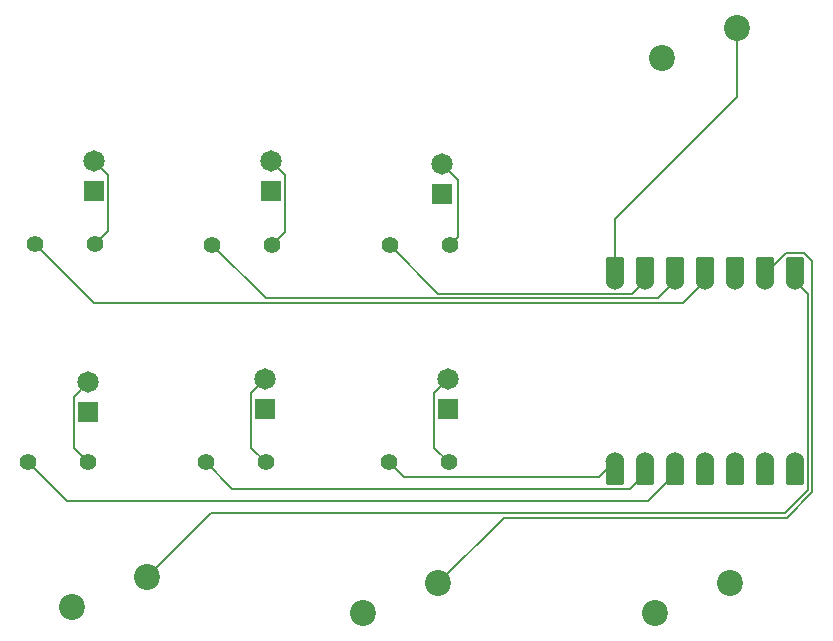
<source format=gbr>
%TF.GenerationSoftware,KiCad,Pcbnew,9.0.2*%
%TF.CreationDate,2025-07-04T23:43:28-04:00*%
%TF.ProjectId,pathfinder,70617468-6669-46e6-9465-722e6b696361,rev?*%
%TF.SameCoordinates,Original*%
%TF.FileFunction,Copper,L1,Top*%
%TF.FilePolarity,Positive*%
%FSLAX46Y46*%
G04 Gerber Fmt 4.6, Leading zero omitted, Abs format (unit mm)*
G04 Created by KiCad (PCBNEW 9.0.2) date 2025-07-04 23:43:28*
%MOMM*%
%LPD*%
G01*
G04 APERTURE LIST*
G04 Aperture macros list*
%AMRoundRect*
0 Rectangle with rounded corners*
0 $1 Rounding radius*
0 $2 $3 $4 $5 $6 $7 $8 $9 X,Y pos of 4 corners*
0 Add a 4 corners polygon primitive as box body*
4,1,4,$2,$3,$4,$5,$6,$7,$8,$9,$2,$3,0*
0 Add four circle primitives for the rounded corners*
1,1,$1+$1,$2,$3*
1,1,$1+$1,$4,$5*
1,1,$1+$1,$6,$7*
1,1,$1+$1,$8,$9*
0 Add four rect primitives between the rounded corners*
20,1,$1+$1,$2,$3,$4,$5,0*
20,1,$1+$1,$4,$5,$6,$7,0*
20,1,$1+$1,$6,$7,$8,$9,0*
20,1,$1+$1,$8,$9,$2,$3,0*%
G04 Aperture macros list end*
%TA.AperFunction,SMDPad,CuDef*%
%ADD10RoundRect,0.152400X-0.609600X1.063600X-0.609600X-1.063600X0.609600X-1.063600X0.609600X1.063600X0*%
%TD*%
%TA.AperFunction,ComponentPad*%
%ADD11C,1.524000*%
%TD*%
%TA.AperFunction,SMDPad,CuDef*%
%ADD12RoundRect,0.152400X0.609600X-1.063600X0.609600X1.063600X-0.609600X1.063600X-0.609600X-1.063600X0*%
%TD*%
%TA.AperFunction,ComponentPad*%
%ADD13C,2.200000*%
%TD*%
%TA.AperFunction,ComponentPad*%
%ADD14C,1.400000*%
%TD*%
%TA.AperFunction,ComponentPad*%
%ADD15C,1.815000*%
%TD*%
%TA.AperFunction,ComponentPad*%
%ADD16R,1.815000X1.815000*%
%TD*%
%TA.AperFunction,Conductor*%
%ADD17C,0.200000*%
%TD*%
G04 APERTURE END LIST*
D10*
%TO.P,U1,14,VBUS*%
%TO.N,unconnected-(U1-VBUS-Pad14)*%
X127851500Y-84955000D03*
D11*
X127851500Y-84120000D03*
D10*
%TO.P,U1,13,GND*%
%TO.N,GND*%
X125311500Y-84955000D03*
D11*
X125311500Y-84120000D03*
D10*
%TO.P,U1,12,3V3*%
%TO.N,unconnected-(U1-3V3-Pad12)*%
X122771500Y-84955000D03*
D11*
X122771500Y-84120000D03*
D10*
%TO.P,U1,11,GPIO3/MOSI*%
%TO.N,unconnected-(U1-GPIO3{slash}MOSI-Pad11)*%
X120231500Y-84955000D03*
D11*
X120231500Y-84120000D03*
D10*
%TO.P,U1,10,GPIO4/MISO*%
%TO.N,LED1*%
X117691500Y-84955000D03*
D11*
X117691500Y-84120000D03*
D10*
%TO.P,U1,9,GPIO2/SCK*%
%TO.N,LED2*%
X115151500Y-84955000D03*
D11*
X115151500Y-84120000D03*
D10*
%TO.P,U1,8,GPIO1/RX*%
%TO.N,LED3*%
X112611500Y-84955000D03*
D11*
X112611500Y-84120000D03*
%TO.P,U1,7,GPIO0/TX*%
%TO.N,button4*%
X112611500Y-68880000D03*
D12*
X112611500Y-68045000D03*
D11*
%TO.P,U1,6,GPIO7/SCL*%
%TO.N,LED6*%
X115151500Y-68880000D03*
D12*
X115151500Y-68045000D03*
D11*
%TO.P,U1,5,GPIO6/SDA*%
%TO.N,LED5*%
X117691500Y-68880000D03*
D12*
X117691500Y-68045000D03*
D11*
%TO.P,U1,4,GPIO29/ADC3/A3*%
%TO.N,LED4*%
X120231500Y-68880000D03*
D12*
X120231500Y-68045000D03*
D11*
%TO.P,U1,3,GPIO28/ADC2/A2*%
%TO.N,button3*%
X122771500Y-68880000D03*
D12*
X122771500Y-68045000D03*
D11*
%TO.P,U1,2,GPIO27/ADC1/A1*%
%TO.N,button2*%
X125311500Y-68880000D03*
D12*
X125311500Y-68045000D03*
D11*
%TO.P,U1,1,GPIO26/ADC0/A0*%
%TO.N,button1*%
X127851500Y-68880000D03*
D12*
X127851500Y-68045000D03*
%TD*%
D13*
%TO.P,SW4,2,2*%
%TO.N,GND*%
X116610000Y-49960000D03*
%TO.P,SW4,1,1*%
%TO.N,button4*%
X122960000Y-47420000D03*
%TD*%
D14*
%TO.P,R4,1*%
%TO.N,Net-(D4-PadA)*%
X68576979Y-65770000D03*
%TO.P,R4,2*%
%TO.N,LED4*%
X63496979Y-65770000D03*
%TD*%
D15*
%TO.P,D2,A*%
%TO.N,Net-(D2-PadA)*%
X83000000Y-77190000D03*
D16*
%TO.P,D2,C*%
%TO.N,GND*%
X83000000Y-79730000D03*
%TD*%
D14*
%TO.P,R5,1*%
%TO.N,Net-(D5-PadA)*%
X83602638Y-65810000D03*
%TO.P,R5,2*%
%TO.N,LED5*%
X78522638Y-65810000D03*
%TD*%
D15*
%TO.P,D3,A*%
%TO.N,Net-(D3-PadA)*%
X98500000Y-77190000D03*
D16*
%TO.P,D3,C*%
%TO.N,GND*%
X98500000Y-79730000D03*
%TD*%
D15*
%TO.P,D4,A*%
%TO.N,Net-(D4-PadA)*%
X68500000Y-58730000D03*
D16*
%TO.P,D4,C*%
%TO.N,GND*%
X68500000Y-61270000D03*
%TD*%
D13*
%TO.P,SW2,1,1*%
%TO.N,button2*%
X97653333Y-94420000D03*
%TO.P,SW2,2,2*%
%TO.N,GND*%
X91303333Y-96960000D03*
%TD*%
D14*
%TO.P,R1,1*%
%TO.N,Net-(D1-PadA)*%
X68000000Y-84230000D03*
%TO.P,R1,2*%
%TO.N,LED1*%
X62920000Y-84230000D03*
%TD*%
%TO.P,R2,1*%
%TO.N,Net-(D2-PadA)*%
X83025660Y-84230000D03*
%TO.P,R2,2*%
%TO.N,LED2*%
X77945660Y-84230000D03*
%TD*%
D15*
%TO.P,D1,A*%
%TO.N,Net-(D1-PadA)*%
X68000000Y-77460000D03*
D16*
%TO.P,D1,C*%
%TO.N,GND*%
X68000000Y-80000000D03*
%TD*%
D13*
%TO.P,SW1,1,1*%
%TO.N,button1*%
X72960000Y-93920000D03*
%TO.P,SW1,2,2*%
%TO.N,GND*%
X66610000Y-96460000D03*
%TD*%
D15*
%TO.P,D5,A*%
%TO.N,Net-(D5-PadA)*%
X83500000Y-58730000D03*
D16*
%TO.P,D5,C*%
%TO.N,GND*%
X83500000Y-61270000D03*
%TD*%
D14*
%TO.P,R6,1*%
%TO.N,Net-(D6-PadA)*%
X98628298Y-65850000D03*
%TO.P,R6,2*%
%TO.N,LED6*%
X93548298Y-65850000D03*
%TD*%
%TO.P,R3,1*%
%TO.N,Net-(D3-PadA)*%
X98540000Y-84230000D03*
%TO.P,R3,2*%
%TO.N,LED3*%
X93460000Y-84230000D03*
%TD*%
D15*
%TO.P,D6,A*%
%TO.N,Net-(D6-PadA)*%
X98000000Y-59000000D03*
D16*
%TO.P,D6,C*%
%TO.N,GND*%
X98000000Y-61540000D03*
%TD*%
D13*
%TO.P,SW3,1,1*%
%TO.N,button3*%
X122346667Y-94420000D03*
%TO.P,SW3,2,2*%
%TO.N,GND*%
X115996667Y-96960000D03*
%TD*%
D17*
%TO.N,button4*%
X122960000Y-53284816D02*
X112611500Y-63633316D01*
X122960000Y-47420000D02*
X122960000Y-53284816D01*
X112611500Y-63633316D02*
X112611500Y-68880000D01*
%TO.N,LED4*%
X118366500Y-70745000D02*
X120231500Y-68880000D01*
X68471979Y-70745000D02*
X118366500Y-70745000D01*
X63496979Y-65770000D02*
X68471979Y-70745000D01*
%TO.N,LED5*%
X116227500Y-70344000D02*
X117691500Y-68880000D01*
X83056638Y-70344000D02*
X116227500Y-70344000D01*
X78522638Y-65810000D02*
X83056638Y-70344000D01*
%TO.N,LED6*%
X114088500Y-69943000D02*
X115151500Y-68880000D01*
X97641298Y-69943000D02*
X114088500Y-69943000D01*
X93548298Y-65850000D02*
X97641298Y-69943000D01*
%TO.N,LED1*%
X117691500Y-85197630D02*
X117691500Y-84120000D01*
X115389130Y-87500000D02*
X117691500Y-85197630D01*
X66190000Y-87500000D02*
X115389130Y-87500000D01*
X62920000Y-84230000D02*
X66190000Y-87500000D01*
%TO.N,LED2*%
X115151500Y-85197630D02*
X115151500Y-84120000D01*
X80187660Y-86472000D02*
X113877130Y-86472000D01*
X77945660Y-84230000D02*
X80187660Y-86472000D01*
X113877130Y-86472000D02*
X115151500Y-85197630D01*
%TO.N,LED3*%
X111231500Y-85500000D02*
X112611500Y-84120000D01*
X93460000Y-84230000D02*
X94730000Y-85500000D01*
X94730000Y-85500000D02*
X111231500Y-85500000D01*
%TO.N,LED6*%
X115151500Y-69261000D02*
X115151500Y-68880000D01*
%TO.N,button2*%
X127049874Y-66528000D02*
X125311500Y-68266374D01*
X128653126Y-66528000D02*
X127049874Y-66528000D01*
X129315500Y-67190374D02*
X128653126Y-66528000D01*
X125311500Y-68266374D02*
X125311500Y-68880000D01*
X129315500Y-86751600D02*
X129315500Y-67190374D01*
X103172333Y-88901000D02*
X127166100Y-88901000D01*
X127166100Y-88901000D02*
X129315500Y-86751600D01*
X97653333Y-94420000D02*
X103172333Y-88901000D01*
%TO.N,button1*%
X128914500Y-86585500D02*
X128914500Y-69943000D01*
X127000000Y-88500000D02*
X128914500Y-86585500D01*
X128914500Y-69943000D02*
X127851500Y-68880000D01*
X78380000Y-88500000D02*
X127000000Y-88500000D01*
X72960000Y-93920000D02*
X78380000Y-88500000D01*
%TO.N,Net-(D4-PadA)*%
X69708500Y-59938500D02*
X68500000Y-58730000D01*
X69708500Y-64638479D02*
X69708500Y-59938500D01*
X68576979Y-65770000D02*
X69708500Y-64638479D01*
%TO.N,Net-(D5-PadA)*%
X84708500Y-59938500D02*
X83500000Y-58730000D01*
X84708500Y-64704138D02*
X84708500Y-59938500D01*
X83602638Y-65810000D02*
X84708500Y-64704138D01*
%TO.N,Net-(D3-PadA)*%
X97291500Y-78398500D02*
X98500000Y-77190000D01*
X97291500Y-82981500D02*
X97291500Y-78398500D01*
X98540000Y-84230000D02*
X97291500Y-82981500D01*
%TO.N,Net-(D1-PadA)*%
X66791500Y-78668500D02*
X68000000Y-77460000D01*
X66791500Y-83021500D02*
X66791500Y-78668500D01*
X68000000Y-84230000D02*
X66791500Y-83021500D01*
%TO.N,Net-(D2-PadA)*%
X81791500Y-78398500D02*
X83000000Y-77190000D01*
X81791500Y-82995840D02*
X81791500Y-78398500D01*
X83025660Y-84230000D02*
X81791500Y-82995840D01*
%TO.N,Net-(D6-PadA)*%
X99328298Y-60328298D02*
X98000000Y-59000000D01*
X99328298Y-65150000D02*
X99328298Y-60328298D01*
X98628298Y-65850000D02*
X99328298Y-65150000D01*
%TO.N,LED3*%
X111818298Y-84120000D02*
X112611500Y-84120000D01*
%TD*%
M02*

</source>
